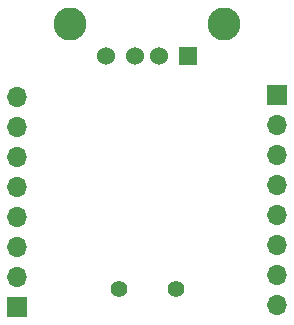
<source format=gbr>
%TF.GenerationSoftware,KiCad,Pcbnew,7.0.7*%
%TF.CreationDate,2024-04-10T23:56:21-07:00*%
%TF.ProjectId,USBTTL,55534254-544c-42e6-9b69-6361645f7063,rev?*%
%TF.SameCoordinates,Original*%
%TF.FileFunction,Soldermask,Bot*%
%TF.FilePolarity,Negative*%
%FSLAX46Y46*%
G04 Gerber Fmt 4.6, Leading zero omitted, Abs format (unit mm)*
G04 Created by KiCad (PCBNEW 7.0.7) date 2024-04-10 23:56:21*
%MOMM*%
%LPD*%
G01*
G04 APERTURE LIST*
%ADD10C,1.400000*%
%ADD11R,1.700000X1.700000*%
%ADD12O,1.700000X1.700000*%
%ADD13R,1.524000X1.524000*%
%ADD14C,1.524000*%
%ADD15C,2.800000*%
G04 APERTURE END LIST*
D10*
%TO.C,Y1*%
X72500000Y-59500000D03*
X67600000Y-59500000D03*
%TD*%
D11*
%TO.C,J1*%
X59000000Y-61000000D03*
D12*
X59000000Y-58460000D03*
X59000000Y-55920000D03*
X59000000Y-53380000D03*
X59000000Y-50840000D03*
X59000000Y-48300000D03*
X59000000Y-45760000D03*
X59000000Y-43220000D03*
%TD*%
D11*
%TO.C,J2*%
X81000000Y-43000000D03*
D12*
X81000000Y-45540000D03*
X81000000Y-48080000D03*
X81000000Y-50620000D03*
X81000000Y-53160000D03*
X81000000Y-55700000D03*
X81000000Y-58240000D03*
X81000000Y-60780000D03*
%TD*%
D13*
%TO.C,USB1*%
X73500000Y-39715000D03*
D14*
X71000000Y-39715000D03*
X69000000Y-39715000D03*
X66500000Y-39715000D03*
D15*
X63450000Y-37005000D03*
X76550000Y-37005000D03*
%TD*%
M02*

</source>
